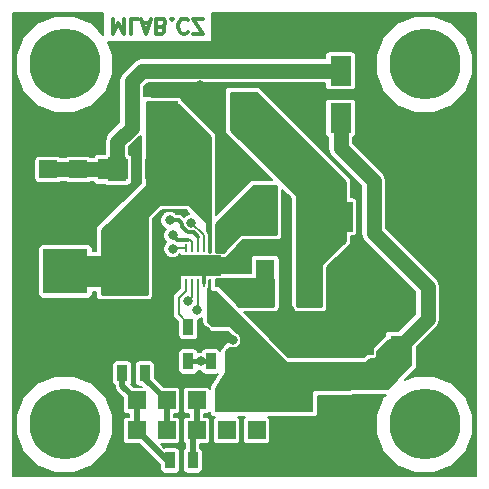
<source format=gbr>
G04 #@! TF.FileFunction,Copper,L2,Bot,Signal*
%FSLAX46Y46*%
G04 Gerber Fmt 4.6, Leading zero omitted, Abs format (unit mm)*
G04 Created by KiCad (PCBNEW (2016-09-17 revision 679eef1)-makepkg) date 09/29/16 07:02:03*
%MOMM*%
%LPD*%
G01*
G04 APERTURE LIST*
%ADD10C,0.500000*%
%ADD11C,0.300000*%
%ADD12C,2.500000*%
%ADD13R,2.500000X2.500000*%
%ADD14R,1.524000X1.524000*%
%ADD15R,1.800860X2.499360*%
%ADD16R,3.810000X3.810000*%
%ADD17C,6.000000*%
%ADD18R,0.825000X0.850000*%
%ADD19R,0.250000X0.700000*%
%ADD20R,1.397000X0.889000*%
%ADD21R,0.889000X1.397000*%
%ADD22R,2.499360X1.800860*%
%ADD23R,1.524000X2.032000*%
%ADD24R,1.600000X4.000000*%
%ADD25R,2.499360X2.550160*%
%ADD26C,0.800000*%
%ADD27C,1.300000*%
%ADD28C,0.200000*%
%ADD29C,0.400000*%
%ADD30C,2.600000*%
%ADD31C,0.254000*%
G04 APERTURE END LIST*
D10*
D11*
X9208761Y39450095D02*
X9208761Y38150095D01*
X9642095Y39078666D01*
X10075428Y38150095D01*
X10075428Y39450095D01*
X11313523Y39450095D02*
X10694476Y39450095D01*
X10694476Y38150095D01*
X11684952Y39078666D02*
X12304000Y39078666D01*
X11561142Y39450095D02*
X11994476Y38150095D01*
X12427809Y39450095D01*
X13294476Y38769142D02*
X13480190Y38831047D01*
X13542095Y38892952D01*
X13604000Y39016761D01*
X13604000Y39202476D01*
X13542095Y39326285D01*
X13480190Y39388190D01*
X13356380Y39450095D01*
X12861142Y39450095D01*
X12861142Y38150095D01*
X13294476Y38150095D01*
X13418285Y38212000D01*
X13480190Y38273904D01*
X13542095Y38397714D01*
X13542095Y38521523D01*
X13480190Y38645333D01*
X13418285Y38707238D01*
X13294476Y38769142D01*
X12861142Y38769142D01*
X14161142Y39326285D02*
X14223047Y39388190D01*
X14161142Y39450095D01*
X14099238Y39388190D01*
X14161142Y39326285D01*
X14161142Y39450095D01*
X15523047Y39326285D02*
X15461142Y39388190D01*
X15275428Y39450095D01*
X15151619Y39450095D01*
X14965904Y39388190D01*
X14842095Y39264380D01*
X14780190Y39140571D01*
X14718285Y38892952D01*
X14718285Y38707238D01*
X14780190Y38459619D01*
X14842095Y38335809D01*
X14965904Y38212000D01*
X15151619Y38150095D01*
X15275428Y38150095D01*
X15461142Y38212000D01*
X15523047Y38273904D01*
X15956380Y38150095D02*
X16823047Y38150095D01*
X15956380Y39450095D01*
X16823047Y39450095D01*
D12*
X20898500Y31178500D03*
D13*
X13398500Y31178500D03*
D14*
X11176000Y7112000D03*
X11176000Y4572000D03*
D12*
X35694000Y22669500D03*
D13*
X28194000Y22669500D03*
D15*
X33528000Y15333980D03*
X33528000Y11336020D03*
D16*
X10160000Y13081000D03*
X5160000Y13081000D03*
D17*
X5080000Y35560000D03*
X35560000Y35560000D03*
X35560000Y5080000D03*
X5080000Y5080000D03*
D18*
X17874500Y18117000D03*
X17049500Y18117000D03*
X16224500Y18117000D03*
X15399500Y18117000D03*
X17874500Y18967000D03*
X17049500Y18967000D03*
X16224500Y18967000D03*
X15399500Y18967000D03*
D19*
X17887000Y19992000D03*
X17387000Y19992000D03*
X16887000Y19992000D03*
X16387000Y19992000D03*
X15887000Y19992000D03*
X15387000Y19992000D03*
X15387000Y17092000D03*
X15887000Y17092000D03*
X16387000Y17092000D03*
X16887000Y17092000D03*
X17387000Y17092000D03*
X17887000Y17092000D03*
D20*
X18415000Y12509500D03*
X18415000Y14414500D03*
D21*
X17462500Y10414000D03*
X19367500Y10414000D03*
X13652500Y10414000D03*
X15557500Y10414000D03*
X13652500Y13335000D03*
X15557500Y13335000D03*
D14*
X16256000Y7112000D03*
X16256000Y4572000D03*
X13716000Y7112000D03*
X13716000Y4572000D03*
D16*
X10160000Y18034000D03*
X5160000Y18034000D03*
D14*
X18796000Y4572000D03*
X18796000Y7112000D03*
X21336000Y7112000D03*
X21336000Y4572000D03*
X27940000Y11684000D03*
X30480000Y11684000D03*
X27940000Y9144000D03*
X30480000Y9144000D03*
X27940000Y6604000D03*
X30480000Y6604000D03*
X3683000Y29210000D03*
X6223000Y29210000D03*
X3683000Y26670000D03*
X6223000Y26670000D03*
X3683000Y24130000D03*
X6223000Y24130000D03*
D15*
X28448000Y35018980D03*
X28448000Y31021020D03*
D22*
X9177020Y26670000D03*
X13174980Y26670000D03*
D21*
X15938500Y2032000D03*
X14033500Y2032000D03*
X11874500Y9398000D03*
X9969500Y9398000D03*
D23*
X12827000Y26670000D03*
X9525000Y26670000D03*
D24*
X25676000Y23114000D03*
X22076000Y23114000D03*
X25676000Y17018000D03*
X22076000Y17018000D03*
D25*
X24638000Y7635240D03*
X24638000Y12684760D03*
D26*
X21336000Y13970010D03*
X22351992Y13970000D03*
X22352000Y12954000D03*
X25400000Y11176000D03*
X24130000Y11176000D03*
X23114000Y12192000D03*
X23368000Y13970000D03*
X7366000Y31242000D03*
X7874000Y29718000D03*
X7874000Y28702000D03*
X12192000Y33528000D03*
X25908000Y32004000D03*
X25908000Y30480000D03*
X26670000Y29210000D03*
X30226000Y20320000D03*
X31242000Y19050000D03*
X31242000Y17272000D03*
X31242000Y16002000D03*
X31242000Y14986000D03*
X30480000Y28702000D03*
X31750000Y27686000D03*
X32512000Y26670000D03*
X33020000Y25400000D03*
X8890000Y33020000D03*
X8467958Y31669876D03*
X16748511Y32004000D03*
X16540177Y33799471D03*
X18542000Y24638000D03*
X18542000Y26162000D03*
X18542000Y27686000D03*
X18542000Y29210000D03*
X17780000Y30226000D03*
X17018000Y12954000D03*
X19812000Y27178000D03*
X21082000Y26416000D03*
X19558000Y25654000D03*
X16224500Y18967000D03*
X17049500Y18967000D03*
X17049500Y18117000D03*
X16224500Y18117000D03*
X15399500Y18967000D03*
X15399500Y18117000D03*
X17874500Y18117000D03*
X17874500Y18967000D03*
X7112000Y21082000D03*
X5842000Y21082000D03*
X4572000Y21082000D03*
X3302000Y21082000D03*
X1778000Y21082000D03*
X1524000Y18542000D03*
X1778000Y15494000D03*
X1778000Y13716000D03*
X1270000Y29210000D03*
X8636000Y10160000D03*
X7620000Y10160000D03*
X6604000Y10160000D03*
X5334000Y10160000D03*
X4064000Y10160000D03*
X2794000Y10160000D03*
X23876000Y24130000D03*
X24130000Y14732000D03*
X23876000Y16002000D03*
X23876000Y17272000D03*
X23876000Y18542000D03*
X23876000Y20066000D03*
X22606000Y20066000D03*
X21336000Y20066000D03*
X20320000Y19304000D03*
X20066000Y18288000D03*
X19304000Y19050000D03*
X24638000Y13716000D03*
X24638000Y12700000D03*
X25908000Y12446000D03*
X26924000Y13716000D03*
X28448000Y13716000D03*
X29718000Y13716000D03*
X30734000Y13716000D03*
X37592000Y22606000D03*
X37592000Y21336000D03*
X36322000Y20574000D03*
X34798000Y20574000D03*
X33782000Y21590000D03*
X33528000Y22860000D03*
X33782000Y24384000D03*
X35052000Y24892000D03*
X36322000Y24892000D03*
X37338000Y24130000D03*
X19341614Y12229614D03*
X3683000Y22352000D03*
X6223000Y22352000D03*
X15811500Y22161500D03*
X15494000Y15494000D03*
X16256000Y14732000D03*
X14223999Y21082000D03*
X13970000Y22352000D03*
X16637000Y10414000D03*
X14224000Y19939000D03*
D27*
X31242000Y21300092D02*
X31242000Y25677340D01*
X31242000Y25677340D02*
X28448000Y28471340D01*
X28448000Y28471340D02*
X28448000Y31021020D01*
X35814000Y13970000D02*
X35814000Y16728092D01*
X35814000Y16728092D02*
X31242000Y21300092D01*
X33528000Y11336020D02*
X33528000Y11684000D01*
X33528000Y11684000D02*
X35814000Y13970000D01*
X33528000Y11336020D02*
X33528000Y11685270D01*
D11*
X21590000Y13970000D02*
X21336010Y13970000D01*
X21336010Y13970000D02*
X21336000Y13970010D01*
X22351992Y13970000D02*
X21590000Y13970000D01*
X23114000Y12192000D02*
X22352000Y12954000D01*
X23114000Y12192000D02*
X24130000Y11176000D01*
X24130000Y14732000D02*
X23368000Y13970000D01*
X7874000Y28702000D02*
X7874000Y29718000D01*
X16540177Y33799471D02*
X12463471Y33799471D01*
X12463471Y33799471D02*
X12192000Y33528000D01*
X26670000Y29210000D02*
X26670000Y29718000D01*
X26670000Y29718000D02*
X25908000Y30480000D01*
X31242000Y19050000D02*
X31242000Y19304000D01*
X31242000Y19304000D02*
X30226000Y20320000D01*
X31242000Y16002000D02*
X31242000Y17272000D01*
X33528000Y15333980D02*
X31589980Y15333980D01*
X31589980Y15333980D02*
X31242000Y14986000D01*
X32512000Y26670000D02*
X32512000Y26924000D01*
X32512000Y26924000D02*
X31750000Y27686000D01*
X33782000Y24384000D02*
X33782000Y24638000D01*
X33782000Y24638000D02*
X33020000Y25400000D01*
D10*
X17780000Y30226000D02*
X16748511Y31257489D01*
X16748511Y31438315D02*
X16748511Y32004000D01*
X16748511Y31257489D02*
X16748511Y31438315D01*
X18542000Y26162000D02*
X18542000Y24638000D01*
X18542000Y29210000D02*
X18542000Y27686000D01*
D11*
X12954000Y19050000D02*
X12954000Y22352000D01*
X12954000Y22352000D02*
X12860959Y22445041D01*
X13037000Y18967000D02*
X12954000Y19050000D01*
X15399500Y18967000D02*
X13037000Y18967000D01*
X18415000Y12509500D02*
X17462500Y12509500D01*
X17462500Y12509500D02*
X17018000Y12954000D01*
X16887000Y17092000D02*
X16887000Y17954500D01*
X16887000Y17954500D02*
X17049500Y18117000D01*
D10*
X7902273Y31669876D02*
X8467958Y31669876D01*
X6223000Y29210000D02*
X6223000Y30472000D01*
X6223000Y30472000D02*
X7420876Y31669876D01*
X8548082Y31750000D02*
X8467958Y31669876D01*
X7420876Y31669876D02*
X7902273Y31669876D01*
X8636000Y31750000D02*
X8548082Y31750000D01*
X19558000Y25654000D02*
X20320000Y25654000D01*
X20320000Y25654000D02*
X21082000Y26416000D01*
D11*
X17049500Y18967000D02*
X16224500Y18967000D01*
X17049500Y18117000D02*
X17049500Y18967000D01*
X15399500Y18117000D02*
X15399500Y18967000D01*
X17874500Y18117000D02*
X15399500Y18117000D01*
X17874500Y18967000D02*
X17874500Y18117000D01*
X19304000Y19050000D02*
X17957500Y19050000D01*
X17957500Y19050000D02*
X17874500Y18967000D01*
D28*
X5842000Y21082000D02*
X7112000Y21082000D01*
X3302000Y21082000D02*
X4572000Y21082000D01*
X1524000Y18542000D02*
X1524000Y20828000D01*
X1524000Y20828000D02*
X1778000Y21082000D01*
X1778000Y13716000D02*
X1778000Y15494000D01*
X7620000Y10160000D02*
X8636000Y10160000D01*
X5334000Y10160000D02*
X6604000Y10160000D01*
X2794000Y10160000D02*
X4064000Y10160000D01*
X23876000Y20066000D02*
X23876000Y24130000D01*
X23876000Y17272000D02*
X23876000Y16002000D01*
X23876000Y20066000D02*
X23876000Y18542000D01*
X21336000Y20066000D02*
X22606000Y20066000D01*
X20066000Y18288000D02*
X20066000Y19050000D01*
X20066000Y19050000D02*
X20320000Y19304000D01*
X25908000Y12446000D02*
X24892000Y12446000D01*
X24892000Y12446000D02*
X24638000Y12700000D01*
X28448000Y13716000D02*
X26924000Y13716000D01*
X30734000Y13716000D02*
X29718000Y13716000D01*
X37592000Y21336000D02*
X37592000Y22606000D01*
X34798000Y20574000D02*
X36322000Y20574000D01*
X33528000Y22860000D02*
X33528000Y21844000D01*
X33528000Y21844000D02*
X33782000Y21590000D01*
X35052000Y24892000D02*
X34290000Y24892000D01*
X34290000Y24892000D02*
X33782000Y24384000D01*
X37338000Y24130000D02*
X37084000Y24130000D01*
X37084000Y24130000D02*
X36322000Y24892000D01*
D29*
X33528000Y15333980D02*
X33528000Y16002000D01*
X18415000Y12509500D02*
X19061728Y12509500D01*
X19061728Y12509500D02*
X19341614Y12229614D01*
X6223000Y24130000D02*
X6223000Y22352000D01*
D28*
X16887000Y19992000D02*
X16887000Y21086000D01*
X16887000Y21086000D02*
X15811500Y22161500D01*
X15887000Y17092000D02*
X15887000Y15887000D01*
X15887000Y15887000D02*
X15494000Y15494000D01*
X16387000Y17092000D02*
X16387000Y14863000D01*
X16387000Y14863000D02*
X16256000Y14732000D01*
D11*
X15494000Y20692001D02*
X14613998Y20692001D01*
D28*
X15887000Y19992000D02*
X15887000Y20542000D01*
X15887000Y20542000D02*
X15736999Y20692001D01*
X15736999Y20692001D02*
X15494000Y20692001D01*
D10*
X16256000Y4572000D02*
X16256000Y7112000D01*
X15938500Y2032000D02*
X15938500Y4254500D01*
X15938500Y4254500D02*
X16256000Y4572000D01*
D11*
X14613998Y20692001D02*
X14223999Y21082000D01*
D28*
X16387000Y19992000D02*
X16387000Y20949590D01*
D10*
X13716000Y4572000D02*
X13716000Y7112000D01*
D11*
X16000590Y21336000D02*
X16387000Y20949590D01*
X14732000Y22352000D02*
X15061499Y22022501D01*
X15061499Y22022501D02*
X15061499Y21801499D01*
X15061499Y21801499D02*
X15526998Y21336000D01*
X15526998Y21336000D02*
X16000590Y21336000D01*
X13970000Y22352000D02*
X14732000Y22352000D01*
D10*
X11874500Y9398000D02*
X11874500Y8953500D01*
X11874500Y8953500D02*
X13716000Y7112000D01*
D28*
X17887000Y19992000D02*
X17887000Y20542000D01*
X17887000Y20542000D02*
X20459000Y23114000D01*
X20459000Y23114000D02*
X21076000Y23114000D01*
X21076000Y23114000D02*
X22076000Y23114000D01*
X17887000Y17092000D02*
X22002000Y17092000D01*
X22002000Y17092000D02*
X22076000Y17018000D01*
X15387000Y19992000D02*
X14277000Y19992000D01*
X14277000Y19992000D02*
X14224000Y19939000D01*
D29*
X16637000Y10414000D02*
X15557500Y10414000D01*
X16637000Y10414000D02*
X17462500Y10414000D01*
D11*
X13716000Y31115000D02*
X13716000Y30315000D01*
X14516000Y31115000D02*
X13716000Y31115000D01*
D30*
X5160000Y18034000D02*
X10160000Y18034000D01*
D10*
X11176000Y4572000D02*
X11176000Y7112000D01*
X9969500Y9398000D02*
X9969500Y8318500D01*
X9969500Y8318500D02*
X11176000Y7112000D01*
X14033500Y2032000D02*
X13716000Y2032000D01*
X13716000Y2032000D02*
X11176000Y4572000D01*
D28*
X15387000Y17092000D02*
X15387000Y16403000D01*
X15387000Y16403000D02*
X14732000Y15748000D01*
X14732000Y15748000D02*
X14732000Y14414500D01*
X14732000Y14414500D02*
X15557500Y13589000D01*
X15557500Y13589000D02*
X15557500Y13335000D01*
D27*
X10752010Y34120010D02*
X10752010Y30213010D01*
X10752010Y30213010D02*
X9525000Y28986000D01*
X9525000Y28986000D02*
X9525000Y26670000D01*
X28448000Y35018980D02*
X26247570Y35018980D01*
X26247570Y35018980D02*
X26217078Y35049472D01*
X26217078Y35049472D02*
X11681472Y35049472D01*
X11681472Y35049472D02*
X10752010Y34120010D01*
X9398000Y26797000D02*
X9525000Y26670000D01*
X6223000Y26670000D02*
X9525000Y26670000D01*
X3683000Y26670000D02*
X6223000Y26670000D01*
D28*
G36*
X17426000Y16510000D02*
X17433612Y16471732D01*
X17455289Y16439289D01*
X17582289Y16312289D01*
X17614732Y16290612D01*
X17653000Y16283000D01*
X17865578Y16283000D01*
X23805289Y10343289D01*
X23837732Y10321612D01*
X23876000Y10314000D01*
X30607000Y10314000D01*
X30645268Y10321612D01*
X30677711Y10343289D01*
X30950545Y10616123D01*
X31242000Y10616123D01*
X31359054Y10639407D01*
X31458288Y10705712D01*
X31524593Y10804946D01*
X31547877Y10922000D01*
X31547877Y11213455D01*
X32553422Y12219000D01*
X34444000Y12219000D01*
X34444000Y10074422D01*
X32469753Y8100175D01*
X26160000Y7973980D01*
X26121892Y7965604D01*
X26089890Y7943283D01*
X26068865Y7910413D01*
X26062000Y7874000D01*
X26062000Y6196000D01*
X17880000Y6196000D01*
X17880000Y8100302D01*
X18245525Y8709510D01*
X18752205Y9469530D01*
X18769000Y9525000D01*
X18769000Y11261578D01*
X19085454Y11578032D01*
X19201764Y11529736D01*
X19480242Y11529493D01*
X19612159Y11584000D01*
X19685000Y11584000D01*
X19723268Y11591612D01*
X19755711Y11613289D01*
X20009711Y11867289D01*
X20031388Y11899732D01*
X20039000Y11938000D01*
X20039000Y12083763D01*
X20041492Y12089764D01*
X20041735Y12368242D01*
X20039000Y12374861D01*
X20039000Y12446000D01*
X20031388Y12484268D01*
X20009711Y12516711D01*
X19959742Y12566680D01*
X19935391Y12625614D01*
X19738650Y12822699D01*
X19678922Y12847500D01*
X19120711Y13405711D01*
X19088268Y13427388D01*
X19050000Y13435000D01*
X17567422Y13435000D01*
X17245000Y13757422D01*
X17245000Y16550724D01*
X17294593Y16624946D01*
X17317877Y16742000D01*
X17317877Y16995861D01*
X17337000Y17092000D01*
X17337000Y17299000D01*
X17426000Y17299000D01*
X17426000Y16510000D01*
X17426000Y16510000D01*
G37*
X17426000Y16510000D02*
X17433612Y16471732D01*
X17455289Y16439289D01*
X17582289Y16312289D01*
X17614732Y16290612D01*
X17653000Y16283000D01*
X17865578Y16283000D01*
X23805289Y10343289D01*
X23837732Y10321612D01*
X23876000Y10314000D01*
X30607000Y10314000D01*
X30645268Y10321612D01*
X30677711Y10343289D01*
X30950545Y10616123D01*
X31242000Y10616123D01*
X31359054Y10639407D01*
X31458288Y10705712D01*
X31524593Y10804946D01*
X31547877Y10922000D01*
X31547877Y11213455D01*
X32553422Y12219000D01*
X34444000Y12219000D01*
X34444000Y10074422D01*
X32469753Y8100175D01*
X26160000Y7973980D01*
X26121892Y7965604D01*
X26089890Y7943283D01*
X26068865Y7910413D01*
X26062000Y7874000D01*
X26062000Y6196000D01*
X17880000Y6196000D01*
X17880000Y8100302D01*
X18245525Y8709510D01*
X18752205Y9469530D01*
X18769000Y9525000D01*
X18769000Y11261578D01*
X19085454Y11578032D01*
X19201764Y11529736D01*
X19480242Y11529493D01*
X19612159Y11584000D01*
X19685000Y11584000D01*
X19723268Y11591612D01*
X19755711Y11613289D01*
X20009711Y11867289D01*
X20031388Y11899732D01*
X20039000Y11938000D01*
X20039000Y12083763D01*
X20041492Y12089764D01*
X20041735Y12368242D01*
X20039000Y12374861D01*
X20039000Y12446000D01*
X20031388Y12484268D01*
X20009711Y12516711D01*
X19959742Y12566680D01*
X19935391Y12625614D01*
X19738650Y12822699D01*
X19678922Y12847500D01*
X19120711Y13405711D01*
X19088268Y13427388D01*
X19050000Y13435000D01*
X17567422Y13435000D01*
X17245000Y13757422D01*
X17245000Y16550724D01*
X17294593Y16624946D01*
X17317877Y16742000D01*
X17317877Y16995861D01*
X17337000Y17092000D01*
X17337000Y17299000D01*
X17426000Y17299000D01*
X17426000Y16510000D01*
G36*
X8349238Y38088393D02*
X7405496Y39033784D01*
X5899118Y39659287D01*
X4268037Y39660710D01*
X2760571Y39037838D01*
X1606216Y37885496D01*
X980713Y36379118D01*
X979290Y34748037D01*
X1602162Y33240571D01*
X2754504Y32086216D01*
X4260882Y31460713D01*
X5891963Y31459290D01*
X7399429Y32082162D01*
X8553784Y33234504D01*
X9179287Y34740882D01*
X9180710Y36371963D01*
X8734861Y37451000D01*
X17558762Y37451000D01*
X17558762Y39936000D01*
X39936000Y39936000D01*
X39936000Y704000D01*
X704000Y704000D01*
X704000Y4268037D01*
X979290Y4268037D01*
X1602162Y2760571D01*
X2754504Y1606216D01*
X4260882Y980713D01*
X5891963Y979290D01*
X7399429Y1602162D01*
X8553784Y2754504D01*
X9179287Y4260882D01*
X9180710Y5891963D01*
X8557838Y7399429D01*
X7405496Y8553784D01*
X5899118Y9179287D01*
X4268037Y9180710D01*
X2760571Y8557838D01*
X1606216Y7405496D01*
X980713Y5899118D01*
X979290Y4268037D01*
X704000Y4268037D01*
X704000Y10096500D01*
X9117164Y10096500D01*
X9117164Y8699500D01*
X9148209Y8543428D01*
X9236616Y8411116D01*
X9319500Y8355735D01*
X9319500Y8318500D01*
X9337914Y8225928D01*
X9368978Y8069755D01*
X9509881Y7858881D01*
X10006164Y7362598D01*
X10006164Y6350000D01*
X10037209Y6193928D01*
X10125616Y6061616D01*
X10257928Y5973209D01*
X10414000Y5942164D01*
X10526000Y5942164D01*
X10526000Y5741836D01*
X10414000Y5741836D01*
X10257928Y5710791D01*
X10125616Y5622384D01*
X10037209Y5490072D01*
X10006164Y5334000D01*
X10006164Y3810000D01*
X10037209Y3653928D01*
X10125616Y3521616D01*
X10257928Y3433209D01*
X10414000Y3402164D01*
X11426598Y3402164D01*
X13181164Y1647597D01*
X13181164Y1333500D01*
X13212209Y1177428D01*
X13300616Y1045116D01*
X13432928Y956709D01*
X13589000Y925664D01*
X14478000Y925664D01*
X14634072Y956709D01*
X14766384Y1045116D01*
X14854791Y1177428D01*
X14885836Y1333500D01*
X14885836Y2730500D01*
X14854791Y2886572D01*
X14766384Y3018884D01*
X14634072Y3107291D01*
X14478000Y3138336D01*
X13589000Y3138336D01*
X13538874Y3128365D01*
X13265075Y3402164D01*
X14478000Y3402164D01*
X14634072Y3433209D01*
X14766384Y3521616D01*
X14854791Y3653928D01*
X14885836Y3810000D01*
X14885836Y5334000D01*
X14854791Y5490072D01*
X14766384Y5622384D01*
X14634072Y5710791D01*
X14478000Y5741836D01*
X14366000Y5741836D01*
X14366000Y5942164D01*
X14478000Y5942164D01*
X14634072Y5973209D01*
X14766384Y6061616D01*
X14854791Y6193928D01*
X14885836Y6350000D01*
X14885836Y7874000D01*
X14854791Y8030072D01*
X14766384Y8162384D01*
X14634072Y8250791D01*
X14478000Y8281836D01*
X13465403Y8281836D01*
X12726836Y9020402D01*
X12726836Y10096500D01*
X12695791Y10252572D01*
X12607384Y10384884D01*
X12475072Y10473291D01*
X12319000Y10504336D01*
X11430000Y10504336D01*
X11273928Y10473291D01*
X11141616Y10384884D01*
X11053209Y10252572D01*
X11022164Y10096500D01*
X11022164Y8699500D01*
X11053209Y8543428D01*
X11141616Y8411116D01*
X11273928Y8322709D01*
X11430000Y8291664D01*
X11617098Y8291664D01*
X11626926Y8281836D01*
X10925402Y8281836D01*
X10739930Y8467308D01*
X10790791Y8543428D01*
X10821836Y8699500D01*
X10821836Y10096500D01*
X10790791Y10252572D01*
X10702384Y10384884D01*
X10570072Y10473291D01*
X10414000Y10504336D01*
X9525000Y10504336D01*
X9368928Y10473291D01*
X9236616Y10384884D01*
X9148209Y10252572D01*
X9117164Y10096500D01*
X704000Y10096500D01*
X704000Y27432000D01*
X2513164Y27432000D01*
X2513164Y25908000D01*
X2544209Y25751928D01*
X2632616Y25619616D01*
X2764928Y25531209D01*
X2921000Y25500164D01*
X4445000Y25500164D01*
X4601072Y25531209D01*
X4733384Y25619616D01*
X4733641Y25620000D01*
X5172359Y25620000D01*
X5172616Y25619616D01*
X5304928Y25531209D01*
X5461000Y25500164D01*
X6985000Y25500164D01*
X7141072Y25531209D01*
X7273384Y25619616D01*
X7273641Y25620000D01*
X7549256Y25620000D01*
X7550549Y25613498D01*
X7638956Y25481186D01*
X7771268Y25392779D01*
X7927340Y25361734D01*
X8480426Y25361734D01*
X8606928Y25277209D01*
X8763000Y25246164D01*
X10287000Y25246164D01*
X10443072Y25277209D01*
X10575384Y25365616D01*
X10602213Y25405769D01*
X10715084Y25481186D01*
X10803491Y25613498D01*
X10834536Y25769570D01*
X10834536Y27570430D01*
X10803491Y27726502D01*
X10715084Y27858814D01*
X10602213Y27934231D01*
X10575384Y27974384D01*
X10575000Y27974641D01*
X10575000Y28551076D01*
X11494472Y29470548D01*
X11538000Y29535692D01*
X11538000Y27673670D01*
X11517464Y27570430D01*
X11517464Y25769570D01*
X11538000Y25666330D01*
X11538000Y25565686D01*
X7845157Y21872843D01*
X7758448Y21743073D01*
X7728000Y21590000D01*
X7728000Y19734000D01*
X7472836Y19734000D01*
X7472836Y19939000D01*
X7441791Y20095072D01*
X7353384Y20227384D01*
X7221072Y20315791D01*
X7065000Y20346836D01*
X3255000Y20346836D01*
X3098928Y20315791D01*
X2966616Y20227384D01*
X2878209Y20095072D01*
X2847164Y19939000D01*
X2847164Y16129000D01*
X2878209Y15972928D01*
X2966616Y15840616D01*
X3098928Y15752209D01*
X3255000Y15721164D01*
X7065000Y15721164D01*
X7221072Y15752209D01*
X7353384Y15840616D01*
X7441791Y15972928D01*
X7472836Y16129000D01*
X7472836Y16334000D01*
X7728000Y16334000D01*
X7728000Y16002000D01*
X7758448Y15848927D01*
X7845157Y15719157D01*
X7974927Y15632448D01*
X8128000Y15602000D01*
X12192000Y15602000D01*
X12345073Y15632448D01*
X12474843Y15719157D01*
X12494115Y15748000D01*
X14232000Y15748000D01*
X14232000Y14414500D01*
X14259103Y14278245D01*
X14270060Y14223158D01*
X14378447Y14060947D01*
X14705164Y13734230D01*
X14705164Y12636500D01*
X14736209Y12480428D01*
X14824616Y12348116D01*
X14956928Y12259709D01*
X15113000Y12228664D01*
X16002000Y12228664D01*
X16158072Y12259709D01*
X16290384Y12348116D01*
X16378791Y12480428D01*
X16409836Y12636500D01*
X16409836Y13931865D01*
X16414432Y13931861D01*
X16708572Y14053397D01*
X16745000Y14089762D01*
X16745000Y13716000D01*
X16775448Y13562927D01*
X16862157Y13433157D01*
X17243157Y13052157D01*
X17372927Y12965448D01*
X17526000Y12935000D01*
X18884314Y12935000D01*
X19539000Y12280314D01*
X19539000Y12103686D01*
X19519314Y12084000D01*
X19050000Y12084000D01*
X18896927Y12053552D01*
X18767157Y11966843D01*
X18386157Y11585843D01*
X18299448Y11456073D01*
X18269000Y11303000D01*
X18269000Y11290709D01*
X18195384Y11400884D01*
X18063072Y11489291D01*
X17907000Y11520336D01*
X17018000Y11520336D01*
X16861928Y11489291D01*
X16729616Y11400884D01*
X16641209Y11268572D01*
X16630355Y11214006D01*
X16478568Y11214139D01*
X16396374Y11180177D01*
X16378791Y11268572D01*
X16290384Y11400884D01*
X16158072Y11489291D01*
X16002000Y11520336D01*
X15113000Y11520336D01*
X14956928Y11489291D01*
X14824616Y11400884D01*
X14736209Y11268572D01*
X14705164Y11112500D01*
X14705164Y9715500D01*
X14736209Y9559428D01*
X14824616Y9427116D01*
X14956928Y9338709D01*
X15113000Y9307664D01*
X16002000Y9307664D01*
X16158072Y9338709D01*
X16290384Y9427116D01*
X16378791Y9559428D01*
X16396349Y9647699D01*
X16477172Y9614139D01*
X16630353Y9614005D01*
X16641209Y9559428D01*
X16729616Y9427116D01*
X16861928Y9338709D01*
X17018000Y9307664D01*
X17907000Y9307664D01*
X18063072Y9338709D01*
X18064864Y9339907D01*
X17828180Y8984880D01*
X17818003Y8968798D01*
X17437003Y8333798D01*
X17380000Y8128000D01*
X17380000Y8052209D01*
X17306384Y8162384D01*
X17174072Y8250791D01*
X17018000Y8281836D01*
X15494000Y8281836D01*
X15337928Y8250791D01*
X15205616Y8162384D01*
X15117209Y8030072D01*
X15086164Y7874000D01*
X15086164Y6350000D01*
X15117209Y6193928D01*
X15205616Y6061616D01*
X15337928Y5973209D01*
X15494000Y5942164D01*
X15606000Y5942164D01*
X15606000Y5741836D01*
X15494000Y5741836D01*
X15337928Y5710791D01*
X15205616Y5622384D01*
X15117209Y5490072D01*
X15086164Y5334000D01*
X15086164Y3810000D01*
X15117209Y3653928D01*
X15205616Y3521616D01*
X15288500Y3466235D01*
X15288500Y3074265D01*
X15205616Y3018884D01*
X15117209Y2886572D01*
X15086164Y2730500D01*
X15086164Y1333500D01*
X15117209Y1177428D01*
X15205616Y1045116D01*
X15337928Y956709D01*
X15494000Y925664D01*
X16383000Y925664D01*
X16539072Y956709D01*
X16671384Y1045116D01*
X16759791Y1177428D01*
X16790836Y1333500D01*
X16790836Y2730500D01*
X16759791Y2886572D01*
X16671384Y3018884D01*
X16588500Y3074265D01*
X16588500Y3402164D01*
X17018000Y3402164D01*
X17174072Y3433209D01*
X17306384Y3521616D01*
X17394791Y3653928D01*
X17425836Y3810000D01*
X17425836Y5334000D01*
X17394791Y5490072D01*
X17306384Y5622384D01*
X17174072Y5710791D01*
X17018000Y5741836D01*
X16906000Y5741836D01*
X16906000Y5942164D01*
X17018000Y5942164D01*
X17174072Y5973209D01*
X17306384Y6061616D01*
X17380000Y6171791D01*
X17380000Y6096000D01*
X17410448Y5942927D01*
X17497157Y5813157D01*
X17626927Y5726448D01*
X17780000Y5696000D01*
X17855791Y5696000D01*
X17745616Y5622384D01*
X17657209Y5490072D01*
X17626164Y5334000D01*
X17626164Y3810000D01*
X17657209Y3653928D01*
X17745616Y3521616D01*
X17877928Y3433209D01*
X18034000Y3402164D01*
X19558000Y3402164D01*
X19714072Y3433209D01*
X19846384Y3521616D01*
X19934791Y3653928D01*
X19965836Y3810000D01*
X19965836Y5334000D01*
X19934791Y5490072D01*
X19846384Y5622384D01*
X19736209Y5696000D01*
X20395791Y5696000D01*
X20285616Y5622384D01*
X20197209Y5490072D01*
X20166164Y5334000D01*
X20166164Y3810000D01*
X20197209Y3653928D01*
X20285616Y3521616D01*
X20417928Y3433209D01*
X20574000Y3402164D01*
X22098000Y3402164D01*
X22254072Y3433209D01*
X22386384Y3521616D01*
X22474791Y3653928D01*
X22505836Y3810000D01*
X22505836Y5334000D01*
X22474791Y5490072D01*
X22386384Y5622384D01*
X22276209Y5696000D01*
X26162000Y5696000D01*
X26315073Y5726448D01*
X26444843Y5813157D01*
X26531552Y5942927D01*
X26562000Y6096000D01*
X26562000Y7481920D01*
X32277279Y7596226D01*
X32086216Y7405496D01*
X31460713Y5899118D01*
X31459290Y4268037D01*
X32082162Y2760571D01*
X33234504Y1606216D01*
X34740882Y980713D01*
X36371963Y979290D01*
X37879429Y1602162D01*
X39033784Y2754504D01*
X39659287Y4260882D01*
X39660710Y5891963D01*
X39037838Y7399429D01*
X37885496Y8553784D01*
X36379118Y9179287D01*
X34748037Y9180710D01*
X33911919Y8835233D01*
X34826843Y9750157D01*
X34913552Y9879927D01*
X34944000Y10033000D01*
X34944000Y11615076D01*
X36556462Y13227538D01*
X36784074Y13568182D01*
X36864000Y13970000D01*
X36864000Y16728092D01*
X36784074Y17129910D01*
X36556462Y17470554D01*
X32292000Y21735016D01*
X32292000Y25677340D01*
X32212074Y26079158D01*
X31984462Y26419802D01*
X29498000Y28906264D01*
X29498000Y29393256D01*
X29504502Y29394549D01*
X29636814Y29482956D01*
X29725221Y29615268D01*
X29756266Y29771340D01*
X29756266Y32270700D01*
X29725221Y32426772D01*
X29636814Y32559084D01*
X29504502Y32647491D01*
X29348430Y32678536D01*
X27547570Y32678536D01*
X27391498Y32647491D01*
X27259186Y32559084D01*
X27170779Y32426772D01*
X27139734Y32270700D01*
X27139734Y29771340D01*
X27170779Y29615268D01*
X27259186Y29482956D01*
X27391498Y29394549D01*
X27398000Y29393256D01*
X27398000Y28471340D01*
X27477926Y28069522D01*
X27705538Y27728878D01*
X30192000Y25242416D01*
X30192000Y21300092D01*
X30271926Y20898274D01*
X30499538Y20557630D01*
X34764000Y16293168D01*
X34764000Y14404924D01*
X33352612Y12993536D01*
X32627570Y12993536D01*
X32471498Y12962491D01*
X32339186Y12874084D01*
X32250779Y12741772D01*
X32221403Y12594089D01*
X30441314Y10814000D01*
X24041686Y10814000D01*
X20269686Y14586000D01*
X22860000Y14586000D01*
X23013073Y14616448D01*
X23142843Y14703157D01*
X23157408Y14724955D01*
X23164384Y14729616D01*
X23252791Y14861928D01*
X23283836Y15018000D01*
X23283836Y19018000D01*
X23252791Y19174072D01*
X23164384Y19306384D01*
X23032072Y19394791D01*
X22876000Y19425836D01*
X21276000Y19425836D01*
X21119928Y19394791D01*
X20987616Y19306384D01*
X20899209Y19174072D01*
X20868164Y19018000D01*
X20868164Y17926000D01*
X17780000Y17926000D01*
X17626927Y17895552D01*
X17547839Y17842707D01*
X17512000Y17849836D01*
X17262000Y17849836D01*
X17105928Y17818791D01*
X17047191Y17779545D01*
X16991927Y17768552D01*
X16862157Y17681843D01*
X16847487Y17659888D01*
X16800384Y17730384D01*
X16668072Y17818791D01*
X16512000Y17849836D01*
X16262000Y17849836D01*
X16137000Y17824972D01*
X16012000Y17849836D01*
X15762000Y17849836D01*
X15637000Y17824972D01*
X15512000Y17849836D01*
X15262000Y17849836D01*
X15105928Y17818791D01*
X14973616Y17730384D01*
X14885209Y17598072D01*
X14854164Y17442000D01*
X14854164Y16742000D01*
X14881495Y16604601D01*
X14378447Y16101553D01*
X14270060Y15939342D01*
X14232000Y15748000D01*
X12494115Y15748000D01*
X12561552Y15848927D01*
X12592000Y16002000D01*
X12592000Y22440314D01*
X13373686Y23222000D01*
X15328314Y23222000D01*
X15607502Y22942812D01*
X15358928Y22840103D01*
X15190175Y22671643D01*
X15120909Y22740909D01*
X14942476Y22860134D01*
X14732000Y22902000D01*
X14551345Y22902000D01*
X14423755Y23029812D01*
X14129828Y23151861D01*
X13811568Y23152139D01*
X13517428Y23030603D01*
X13292188Y22805755D01*
X13170139Y22511828D01*
X13169861Y22193568D01*
X13291397Y21899428D01*
X13516245Y21674188D01*
X13635328Y21624741D01*
X13546187Y21535755D01*
X13424138Y21241828D01*
X13423860Y20923568D01*
X13545396Y20629428D01*
X13664128Y20510489D01*
X13546188Y20392755D01*
X13424139Y20098828D01*
X13423861Y19780568D01*
X13545397Y19486428D01*
X13770245Y19261188D01*
X14064172Y19139139D01*
X14382432Y19138861D01*
X14676572Y19260397D01*
X14892126Y19475576D01*
X14973616Y19353616D01*
X15105928Y19265209D01*
X15262000Y19234164D01*
X15512000Y19234164D01*
X15637000Y19259028D01*
X15762000Y19234164D01*
X16012000Y19234164D01*
X16137000Y19259028D01*
X16262000Y19234164D01*
X16512000Y19234164D01*
X16637000Y19259028D01*
X16762000Y19234164D01*
X16796508Y19234164D01*
X16864927Y19188448D01*
X17018000Y19158000D01*
X17526000Y19158000D01*
X17653000Y19183262D01*
X17780000Y19158000D01*
X18542000Y19158000D01*
X18695073Y19188448D01*
X18824843Y19275157D01*
X20231686Y20682000D01*
X23114000Y20682000D01*
X23267073Y20712448D01*
X23396843Y20799157D01*
X23483552Y20928927D01*
X23514000Y21082000D01*
X23514000Y24942314D01*
X24238000Y24218314D01*
X24238000Y14986000D01*
X24268448Y14832927D01*
X24355157Y14703157D01*
X24484927Y14616448D01*
X24638000Y14586000D01*
X26924000Y14586000D01*
X27077073Y14616448D01*
X27206843Y14703157D01*
X27293552Y14832927D01*
X27324000Y14986000D01*
X27324000Y18376314D01*
X29238843Y20291157D01*
X29325552Y20420927D01*
X29356000Y20574000D01*
X29356000Y21011664D01*
X29444000Y21011664D01*
X29600072Y21042709D01*
X29732384Y21131116D01*
X29820791Y21263428D01*
X29851836Y21419500D01*
X29851836Y23919500D01*
X29820791Y24075572D01*
X29732384Y24207884D01*
X29600072Y24296291D01*
X29444000Y24327336D01*
X29356000Y24327336D01*
X29356000Y25654000D01*
X29325552Y25807073D01*
X29238843Y25936843D01*
X21618843Y33556843D01*
X21489073Y33643552D01*
X21336000Y33674000D01*
X19050000Y33674000D01*
X18896927Y33643552D01*
X18767157Y33556843D01*
X18680448Y33427073D01*
X18650000Y33274000D01*
X18650000Y29972000D01*
X18680448Y29818927D01*
X18767157Y29689157D01*
X22656314Y25800000D01*
X21082000Y25800000D01*
X20928927Y25769552D01*
X20799157Y25682843D01*
X17926000Y22809686D01*
X17926000Y29464000D01*
X17895552Y29617073D01*
X17808843Y29746843D01*
X15038743Y32516943D01*
X15025291Y32584572D01*
X14936884Y32716884D01*
X14804572Y32805291D01*
X14648500Y32836336D01*
X12788445Y32836336D01*
X11974214Y32910357D01*
X11802010Y32884152D01*
X11802010Y33685086D01*
X12116396Y33999472D01*
X26094275Y33999472D01*
X26247570Y33968980D01*
X27139734Y33968980D01*
X27139734Y33769300D01*
X27170779Y33613228D01*
X27259186Y33480916D01*
X27391498Y33392509D01*
X27547570Y33361464D01*
X29348430Y33361464D01*
X29504502Y33392509D01*
X29636814Y33480916D01*
X29725221Y33613228D01*
X29756266Y33769300D01*
X29756266Y34748037D01*
X31459290Y34748037D01*
X32082162Y33240571D01*
X33234504Y32086216D01*
X34740882Y31460713D01*
X36371963Y31459290D01*
X37879429Y32082162D01*
X39033784Y33234504D01*
X39659287Y34740882D01*
X39660710Y36371963D01*
X39037838Y37879429D01*
X37885496Y39033784D01*
X36379118Y39659287D01*
X34748037Y39660710D01*
X33240571Y39037838D01*
X32086216Y37885496D01*
X31460713Y36379118D01*
X31459290Y34748037D01*
X29756266Y34748037D01*
X29756266Y36268660D01*
X29725221Y36424732D01*
X29636814Y36557044D01*
X29504502Y36645451D01*
X29348430Y36676496D01*
X27547570Y36676496D01*
X27391498Y36645451D01*
X27259186Y36557044D01*
X27170779Y36424732D01*
X27139734Y36268660D01*
X27139734Y36068980D01*
X26370373Y36068980D01*
X26217078Y36099472D01*
X11681472Y36099472D01*
X11279654Y36019546D01*
X10939010Y35791934D01*
X10009548Y34862472D01*
X9781936Y34521828D01*
X9702010Y34120010D01*
X9702010Y30647934D01*
X8782538Y29728462D01*
X8554926Y29387818D01*
X8475000Y28986000D01*
X8475000Y27978266D01*
X7927340Y27978266D01*
X7771268Y27947221D01*
X7638956Y27858814D01*
X7550549Y27726502D01*
X7549256Y27720000D01*
X7273641Y27720000D01*
X7273384Y27720384D01*
X7141072Y27808791D01*
X6985000Y27839836D01*
X5461000Y27839836D01*
X5304928Y27808791D01*
X5172616Y27720384D01*
X5172359Y27720000D01*
X4733641Y27720000D01*
X4733384Y27720384D01*
X4601072Y27808791D01*
X4445000Y27839836D01*
X2921000Y27839836D01*
X2764928Y27808791D01*
X2632616Y27720384D01*
X2544209Y27588072D01*
X2513164Y27432000D01*
X704000Y27432000D01*
X704000Y39936000D01*
X8349238Y39936000D01*
X8349238Y38088393D01*
X8349238Y38088393D01*
G37*
X8349238Y38088393D02*
X7405496Y39033784D01*
X5899118Y39659287D01*
X4268037Y39660710D01*
X2760571Y39037838D01*
X1606216Y37885496D01*
X980713Y36379118D01*
X979290Y34748037D01*
X1602162Y33240571D01*
X2754504Y32086216D01*
X4260882Y31460713D01*
X5891963Y31459290D01*
X7399429Y32082162D01*
X8553784Y33234504D01*
X9179287Y34740882D01*
X9180710Y36371963D01*
X8734861Y37451000D01*
X17558762Y37451000D01*
X17558762Y39936000D01*
X39936000Y39936000D01*
X39936000Y704000D01*
X704000Y704000D01*
X704000Y4268037D01*
X979290Y4268037D01*
X1602162Y2760571D01*
X2754504Y1606216D01*
X4260882Y980713D01*
X5891963Y979290D01*
X7399429Y1602162D01*
X8553784Y2754504D01*
X9179287Y4260882D01*
X9180710Y5891963D01*
X8557838Y7399429D01*
X7405496Y8553784D01*
X5899118Y9179287D01*
X4268037Y9180710D01*
X2760571Y8557838D01*
X1606216Y7405496D01*
X980713Y5899118D01*
X979290Y4268037D01*
X704000Y4268037D01*
X704000Y10096500D01*
X9117164Y10096500D01*
X9117164Y8699500D01*
X9148209Y8543428D01*
X9236616Y8411116D01*
X9319500Y8355735D01*
X9319500Y8318500D01*
X9337914Y8225928D01*
X9368978Y8069755D01*
X9509881Y7858881D01*
X10006164Y7362598D01*
X10006164Y6350000D01*
X10037209Y6193928D01*
X10125616Y6061616D01*
X10257928Y5973209D01*
X10414000Y5942164D01*
X10526000Y5942164D01*
X10526000Y5741836D01*
X10414000Y5741836D01*
X10257928Y5710791D01*
X10125616Y5622384D01*
X10037209Y5490072D01*
X10006164Y5334000D01*
X10006164Y3810000D01*
X10037209Y3653928D01*
X10125616Y3521616D01*
X10257928Y3433209D01*
X10414000Y3402164D01*
X11426598Y3402164D01*
X13181164Y1647597D01*
X13181164Y1333500D01*
X13212209Y1177428D01*
X13300616Y1045116D01*
X13432928Y956709D01*
X13589000Y925664D01*
X14478000Y925664D01*
X14634072Y956709D01*
X14766384Y1045116D01*
X14854791Y1177428D01*
X14885836Y1333500D01*
X14885836Y2730500D01*
X14854791Y2886572D01*
X14766384Y3018884D01*
X14634072Y3107291D01*
X14478000Y3138336D01*
X13589000Y3138336D01*
X13538874Y3128365D01*
X13265075Y3402164D01*
X14478000Y3402164D01*
X14634072Y3433209D01*
X14766384Y3521616D01*
X14854791Y3653928D01*
X14885836Y3810000D01*
X14885836Y5334000D01*
X14854791Y5490072D01*
X14766384Y5622384D01*
X14634072Y5710791D01*
X14478000Y5741836D01*
X14366000Y5741836D01*
X14366000Y5942164D01*
X14478000Y5942164D01*
X14634072Y5973209D01*
X14766384Y6061616D01*
X14854791Y6193928D01*
X14885836Y6350000D01*
X14885836Y7874000D01*
X14854791Y8030072D01*
X14766384Y8162384D01*
X14634072Y8250791D01*
X14478000Y8281836D01*
X13465403Y8281836D01*
X12726836Y9020402D01*
X12726836Y10096500D01*
X12695791Y10252572D01*
X12607384Y10384884D01*
X12475072Y10473291D01*
X12319000Y10504336D01*
X11430000Y10504336D01*
X11273928Y10473291D01*
X11141616Y10384884D01*
X11053209Y10252572D01*
X11022164Y10096500D01*
X11022164Y8699500D01*
X11053209Y8543428D01*
X11141616Y8411116D01*
X11273928Y8322709D01*
X11430000Y8291664D01*
X11617098Y8291664D01*
X11626926Y8281836D01*
X10925402Y8281836D01*
X10739930Y8467308D01*
X10790791Y8543428D01*
X10821836Y8699500D01*
X10821836Y10096500D01*
X10790791Y10252572D01*
X10702384Y10384884D01*
X10570072Y10473291D01*
X10414000Y10504336D01*
X9525000Y10504336D01*
X9368928Y10473291D01*
X9236616Y10384884D01*
X9148209Y10252572D01*
X9117164Y10096500D01*
X704000Y10096500D01*
X704000Y27432000D01*
X2513164Y27432000D01*
X2513164Y25908000D01*
X2544209Y25751928D01*
X2632616Y25619616D01*
X2764928Y25531209D01*
X2921000Y25500164D01*
X4445000Y25500164D01*
X4601072Y25531209D01*
X4733384Y25619616D01*
X4733641Y25620000D01*
X5172359Y25620000D01*
X5172616Y25619616D01*
X5304928Y25531209D01*
X5461000Y25500164D01*
X6985000Y25500164D01*
X7141072Y25531209D01*
X7273384Y25619616D01*
X7273641Y25620000D01*
X7549256Y25620000D01*
X7550549Y25613498D01*
X7638956Y25481186D01*
X7771268Y25392779D01*
X7927340Y25361734D01*
X8480426Y25361734D01*
X8606928Y25277209D01*
X8763000Y25246164D01*
X10287000Y25246164D01*
X10443072Y25277209D01*
X10575384Y25365616D01*
X10602213Y25405769D01*
X10715084Y25481186D01*
X10803491Y25613498D01*
X10834536Y25769570D01*
X10834536Y27570430D01*
X10803491Y27726502D01*
X10715084Y27858814D01*
X10602213Y27934231D01*
X10575384Y27974384D01*
X10575000Y27974641D01*
X10575000Y28551076D01*
X11494472Y29470548D01*
X11538000Y29535692D01*
X11538000Y27673670D01*
X11517464Y27570430D01*
X11517464Y25769570D01*
X11538000Y25666330D01*
X11538000Y25565686D01*
X7845157Y21872843D01*
X7758448Y21743073D01*
X7728000Y21590000D01*
X7728000Y19734000D01*
X7472836Y19734000D01*
X7472836Y19939000D01*
X7441791Y20095072D01*
X7353384Y20227384D01*
X7221072Y20315791D01*
X7065000Y20346836D01*
X3255000Y20346836D01*
X3098928Y20315791D01*
X2966616Y20227384D01*
X2878209Y20095072D01*
X2847164Y19939000D01*
X2847164Y16129000D01*
X2878209Y15972928D01*
X2966616Y15840616D01*
X3098928Y15752209D01*
X3255000Y15721164D01*
X7065000Y15721164D01*
X7221072Y15752209D01*
X7353384Y15840616D01*
X7441791Y15972928D01*
X7472836Y16129000D01*
X7472836Y16334000D01*
X7728000Y16334000D01*
X7728000Y16002000D01*
X7758448Y15848927D01*
X7845157Y15719157D01*
X7974927Y15632448D01*
X8128000Y15602000D01*
X12192000Y15602000D01*
X12345073Y15632448D01*
X12474843Y15719157D01*
X12494115Y15748000D01*
X14232000Y15748000D01*
X14232000Y14414500D01*
X14259103Y14278245D01*
X14270060Y14223158D01*
X14378447Y14060947D01*
X14705164Y13734230D01*
X14705164Y12636500D01*
X14736209Y12480428D01*
X14824616Y12348116D01*
X14956928Y12259709D01*
X15113000Y12228664D01*
X16002000Y12228664D01*
X16158072Y12259709D01*
X16290384Y12348116D01*
X16378791Y12480428D01*
X16409836Y12636500D01*
X16409836Y13931865D01*
X16414432Y13931861D01*
X16708572Y14053397D01*
X16745000Y14089762D01*
X16745000Y13716000D01*
X16775448Y13562927D01*
X16862157Y13433157D01*
X17243157Y13052157D01*
X17372927Y12965448D01*
X17526000Y12935000D01*
X18884314Y12935000D01*
X19539000Y12280314D01*
X19539000Y12103686D01*
X19519314Y12084000D01*
X19050000Y12084000D01*
X18896927Y12053552D01*
X18767157Y11966843D01*
X18386157Y11585843D01*
X18299448Y11456073D01*
X18269000Y11303000D01*
X18269000Y11290709D01*
X18195384Y11400884D01*
X18063072Y11489291D01*
X17907000Y11520336D01*
X17018000Y11520336D01*
X16861928Y11489291D01*
X16729616Y11400884D01*
X16641209Y11268572D01*
X16630355Y11214006D01*
X16478568Y11214139D01*
X16396374Y11180177D01*
X16378791Y11268572D01*
X16290384Y11400884D01*
X16158072Y11489291D01*
X16002000Y11520336D01*
X15113000Y11520336D01*
X14956928Y11489291D01*
X14824616Y11400884D01*
X14736209Y11268572D01*
X14705164Y11112500D01*
X14705164Y9715500D01*
X14736209Y9559428D01*
X14824616Y9427116D01*
X14956928Y9338709D01*
X15113000Y9307664D01*
X16002000Y9307664D01*
X16158072Y9338709D01*
X16290384Y9427116D01*
X16378791Y9559428D01*
X16396349Y9647699D01*
X16477172Y9614139D01*
X16630353Y9614005D01*
X16641209Y9559428D01*
X16729616Y9427116D01*
X16861928Y9338709D01*
X17018000Y9307664D01*
X17907000Y9307664D01*
X18063072Y9338709D01*
X18064864Y9339907D01*
X17828180Y8984880D01*
X17818003Y8968798D01*
X17437003Y8333798D01*
X17380000Y8128000D01*
X17380000Y8052209D01*
X17306384Y8162384D01*
X17174072Y8250791D01*
X17018000Y8281836D01*
X15494000Y8281836D01*
X15337928Y8250791D01*
X15205616Y8162384D01*
X15117209Y8030072D01*
X15086164Y7874000D01*
X15086164Y6350000D01*
X15117209Y6193928D01*
X15205616Y6061616D01*
X15337928Y5973209D01*
X15494000Y5942164D01*
X15606000Y5942164D01*
X15606000Y5741836D01*
X15494000Y5741836D01*
X15337928Y5710791D01*
X15205616Y5622384D01*
X15117209Y5490072D01*
X15086164Y5334000D01*
X15086164Y3810000D01*
X15117209Y3653928D01*
X15205616Y3521616D01*
X15288500Y3466235D01*
X15288500Y3074265D01*
X15205616Y3018884D01*
X15117209Y2886572D01*
X15086164Y2730500D01*
X15086164Y1333500D01*
X15117209Y1177428D01*
X15205616Y1045116D01*
X15337928Y956709D01*
X15494000Y925664D01*
X16383000Y925664D01*
X16539072Y956709D01*
X16671384Y1045116D01*
X16759791Y1177428D01*
X16790836Y1333500D01*
X16790836Y2730500D01*
X16759791Y2886572D01*
X16671384Y3018884D01*
X16588500Y3074265D01*
X16588500Y3402164D01*
X17018000Y3402164D01*
X17174072Y3433209D01*
X17306384Y3521616D01*
X17394791Y3653928D01*
X17425836Y3810000D01*
X17425836Y5334000D01*
X17394791Y5490072D01*
X17306384Y5622384D01*
X17174072Y5710791D01*
X17018000Y5741836D01*
X16906000Y5741836D01*
X16906000Y5942164D01*
X17018000Y5942164D01*
X17174072Y5973209D01*
X17306384Y6061616D01*
X17380000Y6171791D01*
X17380000Y6096000D01*
X17410448Y5942927D01*
X17497157Y5813157D01*
X17626927Y5726448D01*
X17780000Y5696000D01*
X17855791Y5696000D01*
X17745616Y5622384D01*
X17657209Y5490072D01*
X17626164Y5334000D01*
X17626164Y3810000D01*
X17657209Y3653928D01*
X17745616Y3521616D01*
X17877928Y3433209D01*
X18034000Y3402164D01*
X19558000Y3402164D01*
X19714072Y3433209D01*
X19846384Y3521616D01*
X19934791Y3653928D01*
X19965836Y3810000D01*
X19965836Y5334000D01*
X19934791Y5490072D01*
X19846384Y5622384D01*
X19736209Y5696000D01*
X20395791Y5696000D01*
X20285616Y5622384D01*
X20197209Y5490072D01*
X20166164Y5334000D01*
X20166164Y3810000D01*
X20197209Y3653928D01*
X20285616Y3521616D01*
X20417928Y3433209D01*
X20574000Y3402164D01*
X22098000Y3402164D01*
X22254072Y3433209D01*
X22386384Y3521616D01*
X22474791Y3653928D01*
X22505836Y3810000D01*
X22505836Y5334000D01*
X22474791Y5490072D01*
X22386384Y5622384D01*
X22276209Y5696000D01*
X26162000Y5696000D01*
X26315073Y5726448D01*
X26444843Y5813157D01*
X26531552Y5942927D01*
X26562000Y6096000D01*
X26562000Y7481920D01*
X32277279Y7596226D01*
X32086216Y7405496D01*
X31460713Y5899118D01*
X31459290Y4268037D01*
X32082162Y2760571D01*
X33234504Y1606216D01*
X34740882Y980713D01*
X36371963Y979290D01*
X37879429Y1602162D01*
X39033784Y2754504D01*
X39659287Y4260882D01*
X39660710Y5891963D01*
X39037838Y7399429D01*
X37885496Y8553784D01*
X36379118Y9179287D01*
X34748037Y9180710D01*
X33911919Y8835233D01*
X34826843Y9750157D01*
X34913552Y9879927D01*
X34944000Y10033000D01*
X34944000Y11615076D01*
X36556462Y13227538D01*
X36784074Y13568182D01*
X36864000Y13970000D01*
X36864000Y16728092D01*
X36784074Y17129910D01*
X36556462Y17470554D01*
X32292000Y21735016D01*
X32292000Y25677340D01*
X32212074Y26079158D01*
X31984462Y26419802D01*
X29498000Y28906264D01*
X29498000Y29393256D01*
X29504502Y29394549D01*
X29636814Y29482956D01*
X29725221Y29615268D01*
X29756266Y29771340D01*
X29756266Y32270700D01*
X29725221Y32426772D01*
X29636814Y32559084D01*
X29504502Y32647491D01*
X29348430Y32678536D01*
X27547570Y32678536D01*
X27391498Y32647491D01*
X27259186Y32559084D01*
X27170779Y32426772D01*
X27139734Y32270700D01*
X27139734Y29771340D01*
X27170779Y29615268D01*
X27259186Y29482956D01*
X27391498Y29394549D01*
X27398000Y29393256D01*
X27398000Y28471340D01*
X27477926Y28069522D01*
X27705538Y27728878D01*
X30192000Y25242416D01*
X30192000Y21300092D01*
X30271926Y20898274D01*
X30499538Y20557630D01*
X34764000Y16293168D01*
X34764000Y14404924D01*
X33352612Y12993536D01*
X32627570Y12993536D01*
X32471498Y12962491D01*
X32339186Y12874084D01*
X32250779Y12741772D01*
X32221403Y12594089D01*
X30441314Y10814000D01*
X24041686Y10814000D01*
X20269686Y14586000D01*
X22860000Y14586000D01*
X23013073Y14616448D01*
X23142843Y14703157D01*
X23157408Y14724955D01*
X23164384Y14729616D01*
X23252791Y14861928D01*
X23283836Y15018000D01*
X23283836Y19018000D01*
X23252791Y19174072D01*
X23164384Y19306384D01*
X23032072Y19394791D01*
X22876000Y19425836D01*
X21276000Y19425836D01*
X21119928Y19394791D01*
X20987616Y19306384D01*
X20899209Y19174072D01*
X20868164Y19018000D01*
X20868164Y17926000D01*
X17780000Y17926000D01*
X17626927Y17895552D01*
X17547839Y17842707D01*
X17512000Y17849836D01*
X17262000Y17849836D01*
X17105928Y17818791D01*
X17047191Y17779545D01*
X16991927Y17768552D01*
X16862157Y17681843D01*
X16847487Y17659888D01*
X16800384Y17730384D01*
X16668072Y17818791D01*
X16512000Y17849836D01*
X16262000Y17849836D01*
X16137000Y17824972D01*
X16012000Y17849836D01*
X15762000Y17849836D01*
X15637000Y17824972D01*
X15512000Y17849836D01*
X15262000Y17849836D01*
X15105928Y17818791D01*
X14973616Y17730384D01*
X14885209Y17598072D01*
X14854164Y17442000D01*
X14854164Y16742000D01*
X14881495Y16604601D01*
X14378447Y16101553D01*
X14270060Y15939342D01*
X14232000Y15748000D01*
X12494115Y15748000D01*
X12561552Y15848927D01*
X12592000Y16002000D01*
X12592000Y22440314D01*
X13373686Y23222000D01*
X15328314Y23222000D01*
X15607502Y22942812D01*
X15358928Y22840103D01*
X15190175Y22671643D01*
X15120909Y22740909D01*
X14942476Y22860134D01*
X14732000Y22902000D01*
X14551345Y22902000D01*
X14423755Y23029812D01*
X14129828Y23151861D01*
X13811568Y23152139D01*
X13517428Y23030603D01*
X13292188Y22805755D01*
X13170139Y22511828D01*
X13169861Y22193568D01*
X13291397Y21899428D01*
X13516245Y21674188D01*
X13635328Y21624741D01*
X13546187Y21535755D01*
X13424138Y21241828D01*
X13423860Y20923568D01*
X13545396Y20629428D01*
X13664128Y20510489D01*
X13546188Y20392755D01*
X13424139Y20098828D01*
X13423861Y19780568D01*
X13545397Y19486428D01*
X13770245Y19261188D01*
X14064172Y19139139D01*
X14382432Y19138861D01*
X14676572Y19260397D01*
X14892126Y19475576D01*
X14973616Y19353616D01*
X15105928Y19265209D01*
X15262000Y19234164D01*
X15512000Y19234164D01*
X15637000Y19259028D01*
X15762000Y19234164D01*
X16012000Y19234164D01*
X16137000Y19259028D01*
X16262000Y19234164D01*
X16512000Y19234164D01*
X16637000Y19259028D01*
X16762000Y19234164D01*
X16796508Y19234164D01*
X16864927Y19188448D01*
X17018000Y19158000D01*
X17526000Y19158000D01*
X17653000Y19183262D01*
X17780000Y19158000D01*
X18542000Y19158000D01*
X18695073Y19188448D01*
X18824843Y19275157D01*
X20231686Y20682000D01*
X23114000Y20682000D01*
X23267073Y20712448D01*
X23396843Y20799157D01*
X23483552Y20928927D01*
X23514000Y21082000D01*
X23514000Y24942314D01*
X24238000Y24218314D01*
X24238000Y14986000D01*
X24268448Y14832927D01*
X24355157Y14703157D01*
X24484927Y14616448D01*
X24638000Y14586000D01*
X26924000Y14586000D01*
X27077073Y14616448D01*
X27206843Y14703157D01*
X27293552Y14832927D01*
X27324000Y14986000D01*
X27324000Y18376314D01*
X29238843Y20291157D01*
X29325552Y20420927D01*
X29356000Y20574000D01*
X29356000Y21011664D01*
X29444000Y21011664D01*
X29600072Y21042709D01*
X29732384Y21131116D01*
X29820791Y21263428D01*
X29851836Y21419500D01*
X29851836Y23919500D01*
X29820791Y24075572D01*
X29732384Y24207884D01*
X29600072Y24296291D01*
X29444000Y24327336D01*
X29356000Y24327336D01*
X29356000Y25654000D01*
X29325552Y25807073D01*
X29238843Y25936843D01*
X21618843Y33556843D01*
X21489073Y33643552D01*
X21336000Y33674000D01*
X19050000Y33674000D01*
X18896927Y33643552D01*
X18767157Y33556843D01*
X18680448Y33427073D01*
X18650000Y33274000D01*
X18650000Y29972000D01*
X18680448Y29818927D01*
X18767157Y29689157D01*
X22656314Y25800000D01*
X21082000Y25800000D01*
X20928927Y25769552D01*
X20799157Y25682843D01*
X17926000Y22809686D01*
X17926000Y29464000D01*
X17895552Y29617073D01*
X17808843Y29746843D01*
X15038743Y32516943D01*
X15025291Y32584572D01*
X14936884Y32716884D01*
X14804572Y32805291D01*
X14648500Y32836336D01*
X12788445Y32836336D01*
X11974214Y32910357D01*
X11802010Y32884152D01*
X11802010Y33685086D01*
X12116396Y33999472D01*
X26094275Y33999472D01*
X26247570Y33968980D01*
X27139734Y33968980D01*
X27139734Y33769300D01*
X27170779Y33613228D01*
X27259186Y33480916D01*
X27391498Y33392509D01*
X27547570Y33361464D01*
X29348430Y33361464D01*
X29504502Y33392509D01*
X29636814Y33480916D01*
X29725221Y33613228D01*
X29756266Y33769300D01*
X29756266Y34748037D01*
X31459290Y34748037D01*
X32082162Y33240571D01*
X33234504Y32086216D01*
X34740882Y31460713D01*
X36371963Y31459290D01*
X37879429Y32082162D01*
X39033784Y33234504D01*
X39659287Y34740882D01*
X39660710Y36371963D01*
X39037838Y37879429D01*
X37885496Y39033784D01*
X36379118Y39659287D01*
X34748037Y39660710D01*
X33240571Y39037838D01*
X32086216Y37885496D01*
X31460713Y36379118D01*
X31459290Y34748037D01*
X29756266Y34748037D01*
X29756266Y36268660D01*
X29725221Y36424732D01*
X29636814Y36557044D01*
X29504502Y36645451D01*
X29348430Y36676496D01*
X27547570Y36676496D01*
X27391498Y36645451D01*
X27259186Y36557044D01*
X27170779Y36424732D01*
X27139734Y36268660D01*
X27139734Y36068980D01*
X26370373Y36068980D01*
X26217078Y36099472D01*
X11681472Y36099472D01*
X11279654Y36019546D01*
X10939010Y35791934D01*
X10009548Y34862472D01*
X9781936Y34521828D01*
X9702010Y34120010D01*
X9702010Y30647934D01*
X8782538Y29728462D01*
X8554926Y29387818D01*
X8475000Y28986000D01*
X8475000Y27978266D01*
X7927340Y27978266D01*
X7771268Y27947221D01*
X7638956Y27858814D01*
X7550549Y27726502D01*
X7549256Y27720000D01*
X7273641Y27720000D01*
X7273384Y27720384D01*
X7141072Y27808791D01*
X6985000Y27839836D01*
X5461000Y27839836D01*
X5304928Y27808791D01*
X5172616Y27720384D01*
X5172359Y27720000D01*
X4733641Y27720000D01*
X4733384Y27720384D01*
X4601072Y27808791D01*
X4445000Y27839836D01*
X2921000Y27839836D01*
X2764928Y27808791D01*
X2632616Y27720384D01*
X2544209Y27588072D01*
X2513164Y27432000D01*
X704000Y27432000D01*
X704000Y39936000D01*
X8349238Y39936000D01*
X8349238Y38088393D01*
D31*
G36*
X22733000Y15113000D02*
X19864606Y15113000D01*
X18123803Y16853803D01*
X18082601Y16881333D01*
X18034000Y16891000D01*
X17907000Y16891000D01*
X17907000Y17358594D01*
X18287000Y17358594D01*
X18414589Y17383973D01*
X18437079Y17399000D01*
X22733000Y17399000D01*
X22733000Y15113000D01*
X22733000Y15113000D01*
G37*
X22733000Y15113000D02*
X19864606Y15113000D01*
X18123803Y16853803D01*
X18082601Y16881333D01*
X18034000Y16891000D01*
X17907000Y16891000D01*
X17907000Y17358594D01*
X18287000Y17358594D01*
X18414589Y17383973D01*
X18437079Y17399000D01*
X22733000Y17399000D01*
X22733000Y15113000D01*
G36*
X22987000Y21209000D02*
X20066000Y21209000D01*
X20017399Y21199333D01*
X19976197Y21171803D01*
X18489394Y19685000D01*
X18437079Y19685000D01*
X18414589Y19700027D01*
X18287000Y19725406D01*
X17907000Y19725406D01*
X17907000Y22045394D01*
X21134606Y25273000D01*
X22987000Y25273000D01*
X22987000Y21209000D01*
X22987000Y21209000D01*
G37*
X22987000Y21209000D02*
X20066000Y21209000D01*
X20017399Y21199333D01*
X19976197Y21171803D01*
X18489394Y19685000D01*
X18437079Y19685000D01*
X18414589Y19700027D01*
X18287000Y19725406D01*
X17907000Y19725406D01*
X17907000Y22045394D01*
X21134606Y25273000D01*
X22987000Y25273000D01*
X22987000Y21209000D01*
G36*
X28829000Y25601394D02*
X28829000Y20626606D01*
X26834197Y18631803D01*
X26806667Y18590601D01*
X26797000Y18542000D01*
X26797000Y15113000D01*
X24765000Y15113000D01*
X24765000Y24384000D01*
X24755333Y24432601D01*
X24727803Y24473803D01*
X19177000Y30024606D01*
X19177000Y33147000D01*
X21283394Y33147000D01*
X28829000Y25601394D01*
X28829000Y25601394D01*
G37*
X28829000Y25601394D02*
X28829000Y20626606D01*
X26834197Y18631803D01*
X26806667Y18590601D01*
X26797000Y18542000D01*
X26797000Y15113000D01*
X24765000Y15113000D01*
X24765000Y24384000D01*
X24755333Y24432601D01*
X24727803Y24473803D01*
X19177000Y30024606D01*
X19177000Y33147000D01*
X21283394Y33147000D01*
X28829000Y25601394D01*
G36*
X14674709Y32135685D02*
X17399000Y29411394D01*
X17399000Y19725406D01*
X17345406Y19725406D01*
X17345406Y20342000D01*
X17320027Y20469589D01*
X17314000Y20478609D01*
X17314000Y21085995D01*
X17314001Y21086000D01*
X17281497Y21249406D01*
X17256458Y21286880D01*
X17188935Y21387935D01*
X17188932Y21387937D01*
X17145000Y21431869D01*
X17145000Y22098000D01*
X17135333Y22146601D01*
X17107803Y22187803D01*
X15583803Y23711803D01*
X15542601Y23739333D01*
X15494000Y23749000D01*
X13208000Y23749000D01*
X13159399Y23739333D01*
X13118197Y23711803D01*
X12102197Y22695803D01*
X12074667Y22654601D01*
X12065000Y22606000D01*
X12065000Y16129000D01*
X8255000Y16129000D01*
X8255000Y21537394D01*
X12027803Y25310197D01*
X12055333Y25351399D01*
X12065000Y25400000D01*
X12065000Y32372931D01*
X14674709Y32135685D01*
X14674709Y32135685D01*
G37*
X14674709Y32135685D02*
X17399000Y29411394D01*
X17399000Y19725406D01*
X17345406Y19725406D01*
X17345406Y20342000D01*
X17320027Y20469589D01*
X17314000Y20478609D01*
X17314000Y21085995D01*
X17314001Y21086000D01*
X17281497Y21249406D01*
X17256458Y21286880D01*
X17188935Y21387935D01*
X17188932Y21387937D01*
X17145000Y21431869D01*
X17145000Y22098000D01*
X17135333Y22146601D01*
X17107803Y22187803D01*
X15583803Y23711803D01*
X15542601Y23739333D01*
X15494000Y23749000D01*
X13208000Y23749000D01*
X13159399Y23739333D01*
X13118197Y23711803D01*
X12102197Y22695803D01*
X12074667Y22654601D01*
X12065000Y22606000D01*
X12065000Y16129000D01*
X8255000Y16129000D01*
X8255000Y21537394D01*
X12027803Y25310197D01*
X12055333Y25351399D01*
X12065000Y25400000D01*
X12065000Y32372931D01*
X14674709Y32135685D01*
M02*

</source>
